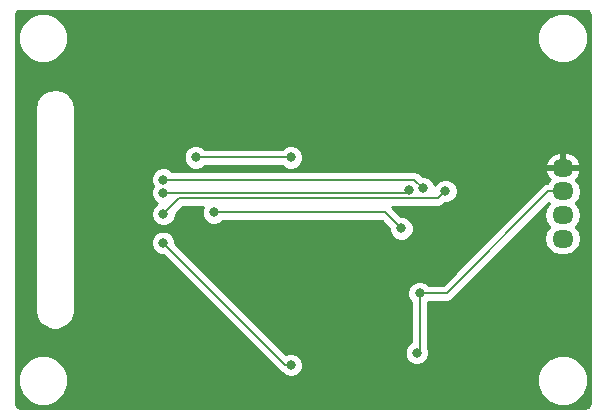
<source format=gtl>
G04 #@! TF.FileFunction,Copper,L1,Top,Signal*
%FSLAX46Y46*%
G04 Gerber Fmt 4.6, Leading zero omitted, Abs format (unit mm)*
G04 Created by KiCad (PCBNEW 4.0.1-stable) date 2018/04/18 7:14:41*
%MOMM*%
G01*
G04 APERTURE LIST*
%ADD10C,0.050000*%
%ADD11O,1.800000X1.524000*%
%ADD12C,0.800000*%
%ADD13C,0.200000*%
%ADD14C,0.254000*%
G04 APERTURE END LIST*
D10*
D11*
X190000000Y-130000000D03*
X190000000Y-128000000D03*
X190000000Y-126000000D03*
X190000000Y-124000000D03*
D12*
X177889500Y-134625700D03*
X177650000Y-139641100D03*
X153000000Y-139000000D03*
X162000000Y-114000000D03*
X153000000Y-114000000D03*
X166000000Y-121000000D03*
X171000000Y-129000000D03*
X174000000Y-133000000D03*
X184000000Y-140000000D03*
X185000000Y-116000000D03*
X156152700Y-130347000D03*
X166999700Y-140700000D03*
X158943500Y-123105300D03*
X166986000Y-123105300D03*
X156194500Y-126089500D03*
X176958500Y-125866800D03*
X156177900Y-125000000D03*
X178147500Y-125698900D03*
X180062100Y-125956800D03*
X156196500Y-127911700D03*
X160458200Y-127777800D03*
X176339100Y-129132500D03*
D13*
X190000000Y-126000000D02*
X188799700Y-126000000D01*
X177889500Y-139401600D02*
X177889500Y-134625700D01*
X177650000Y-139641100D02*
X177889500Y-139401600D01*
X180174000Y-134625700D02*
X177889500Y-134625700D01*
X188799700Y-126000000D02*
X180174000Y-134625700D01*
X153000000Y-114000000D02*
X162000000Y-114000000D01*
X166505700Y-140700000D02*
X166999700Y-140700000D01*
X156152700Y-130347000D02*
X166505700Y-140700000D01*
X158943500Y-123105300D02*
X166986000Y-123105300D01*
X176735800Y-126089500D02*
X156194500Y-126089500D01*
X176958500Y-125866800D02*
X176735800Y-126089500D01*
X156177900Y-125000100D02*
X156177900Y-125000000D01*
X177448700Y-125000100D02*
X156177900Y-125000100D01*
X178147500Y-125698900D02*
X177448700Y-125000100D01*
X179448000Y-126570900D02*
X180062100Y-125956800D01*
X157537300Y-126570900D02*
X179448000Y-126570900D01*
X156196500Y-127911700D02*
X157537300Y-126570900D01*
X174984400Y-127777800D02*
X176339100Y-129132500D01*
X160458200Y-127777800D02*
X174984400Y-127777800D01*
D14*
G36*
X192105655Y-110744926D02*
X192195225Y-110804774D01*
X192255074Y-110894345D01*
X192290000Y-111069930D01*
X192290000Y-143930070D01*
X192255074Y-144105655D01*
X192195225Y-144195226D01*
X192105655Y-144255074D01*
X191930070Y-144290000D01*
X144069930Y-144290000D01*
X143894345Y-144255074D01*
X143804774Y-144195225D01*
X143744926Y-144105655D01*
X143710000Y-143930070D01*
X143710000Y-142422815D01*
X143864630Y-142422815D01*
X144188980Y-143207800D01*
X144789041Y-143808909D01*
X145573459Y-144134628D01*
X146422815Y-144135370D01*
X147207800Y-143811020D01*
X147808909Y-143210959D01*
X148134628Y-142426541D01*
X148134631Y-142422815D01*
X187864630Y-142422815D01*
X188188980Y-143207800D01*
X188789041Y-143808909D01*
X189573459Y-144134628D01*
X190422815Y-144135370D01*
X191207800Y-143811020D01*
X191808909Y-143210959D01*
X192134628Y-142426541D01*
X192135370Y-141577185D01*
X191811020Y-140792200D01*
X191210959Y-140191091D01*
X190426541Y-139865372D01*
X189577185Y-139864630D01*
X188792200Y-140188980D01*
X188191091Y-140789041D01*
X187865372Y-141573459D01*
X187864630Y-142422815D01*
X148134631Y-142422815D01*
X148135370Y-141577185D01*
X147811020Y-140792200D01*
X147210959Y-140191091D01*
X146426541Y-139865372D01*
X145577185Y-139864630D01*
X144792200Y-140188980D01*
X144191091Y-140789041D01*
X143865372Y-141573459D01*
X143864630Y-142422815D01*
X143710000Y-142422815D01*
X143710000Y-119000000D01*
X145290000Y-119000000D01*
X145290000Y-136000000D01*
X145303642Y-136068584D01*
X145303642Y-136138513D01*
X145379762Y-136521196D01*
X145399395Y-136568593D01*
X145485776Y-136777138D01*
X145702549Y-137101561D01*
X145702550Y-137101562D01*
X145898438Y-137297451D01*
X146222862Y-137514223D01*
X146328877Y-137558136D01*
X146478804Y-137620238D01*
X146861486Y-137696358D01*
X147138513Y-137696358D01*
X147521196Y-137620238D01*
X147596160Y-137589187D01*
X147777138Y-137514224D01*
X148101561Y-137297451D01*
X148101562Y-137297450D01*
X148297451Y-137101562D01*
X148514223Y-136777138D01*
X148564419Y-136655954D01*
X148620238Y-136521196D01*
X148696358Y-136138514D01*
X148696358Y-136068584D01*
X148710000Y-136000000D01*
X148710000Y-130551971D01*
X155117521Y-130551971D01*
X155274758Y-130932515D01*
X155565654Y-131223919D01*
X155945923Y-131381820D01*
X156148250Y-131381996D01*
X165985977Y-141219723D01*
X166196508Y-141360395D01*
X166412654Y-141576919D01*
X166792923Y-141734820D01*
X167204671Y-141735179D01*
X167585215Y-141577942D01*
X167876619Y-141287046D01*
X168034520Y-140906777D01*
X168034879Y-140495029D01*
X167877642Y-140114485D01*
X167609696Y-139846071D01*
X176614821Y-139846071D01*
X176772058Y-140226615D01*
X177062954Y-140518019D01*
X177443223Y-140675920D01*
X177854971Y-140676279D01*
X178235515Y-140519042D01*
X178526919Y-140228146D01*
X178684820Y-139847877D01*
X178685179Y-139436129D01*
X178624500Y-139289274D01*
X178624500Y-135360700D01*
X180174000Y-135360700D01*
X180455272Y-135304751D01*
X180693723Y-135145423D01*
X188848427Y-126990720D01*
X188862317Y-127000000D01*
X188844100Y-127012172D01*
X188541268Y-127465391D01*
X188434928Y-128000000D01*
X188541268Y-128534609D01*
X188844100Y-128987828D01*
X188862317Y-129000000D01*
X188844100Y-129012172D01*
X188541268Y-129465391D01*
X188434928Y-130000000D01*
X188541268Y-130534609D01*
X188844100Y-130987828D01*
X189297319Y-131290660D01*
X189831928Y-131397000D01*
X190168072Y-131397000D01*
X190702681Y-131290660D01*
X191155900Y-130987828D01*
X191458732Y-130534609D01*
X191565072Y-130000000D01*
X191458732Y-129465391D01*
X191155900Y-129012172D01*
X191137683Y-129000000D01*
X191155900Y-128987828D01*
X191458732Y-128534609D01*
X191565072Y-128000000D01*
X191458732Y-127465391D01*
X191155900Y-127012172D01*
X191137683Y-127000000D01*
X191155900Y-126987828D01*
X191458732Y-126534609D01*
X191565072Y-126000000D01*
X191458732Y-125465391D01*
X191155900Y-125012172D01*
X191101922Y-124976105D01*
X191262135Y-124830328D01*
X191492220Y-124343070D01*
X191369720Y-124127000D01*
X190127000Y-124127000D01*
X190127000Y-124147000D01*
X189873000Y-124147000D01*
X189873000Y-124127000D01*
X188630280Y-124127000D01*
X188507780Y-124343070D01*
X188737865Y-124830328D01*
X188898078Y-124976105D01*
X188844100Y-125012172D01*
X188656076Y-125293569D01*
X188518428Y-125320949D01*
X188279977Y-125480276D01*
X179869554Y-133890700D01*
X178618218Y-133890700D01*
X178476546Y-133748781D01*
X178096277Y-133590880D01*
X177684529Y-133590521D01*
X177303985Y-133747758D01*
X177012581Y-134038654D01*
X176854680Y-134418923D01*
X176854321Y-134830671D01*
X177011558Y-135211215D01*
X177154500Y-135354407D01*
X177154500Y-138725965D01*
X177064485Y-138763158D01*
X176773081Y-139054054D01*
X176615180Y-139434323D01*
X176614821Y-139846071D01*
X167609696Y-139846071D01*
X167586746Y-139823081D01*
X167206477Y-139665180D01*
X166794729Y-139664821D01*
X166593226Y-139748080D01*
X157187704Y-130342558D01*
X157187879Y-130142029D01*
X157030642Y-129761485D01*
X156739746Y-129470081D01*
X156359477Y-129312180D01*
X155947729Y-129311821D01*
X155567185Y-129469058D01*
X155275781Y-129759954D01*
X155117880Y-130140223D01*
X155117521Y-130551971D01*
X148710000Y-130551971D01*
X148710000Y-125204971D01*
X155142721Y-125204971D01*
X155291545Y-125565155D01*
X155159680Y-125882723D01*
X155159321Y-126294471D01*
X155316558Y-126675015D01*
X155607454Y-126966419D01*
X155690501Y-127000903D01*
X155610985Y-127033758D01*
X155319581Y-127324654D01*
X155161680Y-127704923D01*
X155161321Y-128116671D01*
X155318558Y-128497215D01*
X155609454Y-128788619D01*
X155989723Y-128946520D01*
X156401471Y-128946879D01*
X156782015Y-128789642D01*
X157073419Y-128498746D01*
X157231320Y-128118477D01*
X157231496Y-127916150D01*
X157841747Y-127305900D01*
X159533468Y-127305900D01*
X159423380Y-127571023D01*
X159423021Y-127982771D01*
X159580258Y-128363315D01*
X159871154Y-128654719D01*
X160251423Y-128812620D01*
X160663171Y-128812979D01*
X161043715Y-128655742D01*
X161186907Y-128512800D01*
X174679954Y-128512800D01*
X175304096Y-129136942D01*
X175303921Y-129337471D01*
X175461158Y-129718015D01*
X175752054Y-130009419D01*
X176132323Y-130167320D01*
X176544071Y-130167679D01*
X176924615Y-130010442D01*
X177216019Y-129719546D01*
X177373920Y-129339277D01*
X177374279Y-128927529D01*
X177217042Y-128546985D01*
X176926146Y-128255581D01*
X176545877Y-128097680D01*
X176343550Y-128097504D01*
X175551946Y-127305900D01*
X179448000Y-127305900D01*
X179729272Y-127249951D01*
X179967723Y-127090623D01*
X180066542Y-126991804D01*
X180267071Y-126991979D01*
X180647615Y-126834742D01*
X180939019Y-126543846D01*
X181096920Y-126163577D01*
X181097279Y-125751829D01*
X180940042Y-125371285D01*
X180649146Y-125079881D01*
X180268877Y-124921980D01*
X179857129Y-124921621D01*
X179476585Y-125078858D01*
X179185181Y-125369754D01*
X179158210Y-125434708D01*
X179025442Y-125113385D01*
X178734546Y-124821981D01*
X178354277Y-124664080D01*
X178151950Y-124663904D01*
X177968423Y-124480377D01*
X177729972Y-124321049D01*
X177729469Y-124320949D01*
X177448700Y-124265100D01*
X156906717Y-124265100D01*
X156764946Y-124123081D01*
X156384677Y-123965180D01*
X155972929Y-123964821D01*
X155592385Y-124122058D01*
X155300981Y-124412954D01*
X155143080Y-124793223D01*
X155142721Y-125204971D01*
X148710000Y-125204971D01*
X148710000Y-123310271D01*
X157908321Y-123310271D01*
X158065558Y-123690815D01*
X158356454Y-123982219D01*
X158736723Y-124140120D01*
X159148471Y-124140479D01*
X159529015Y-123983242D01*
X159672207Y-123840300D01*
X166257282Y-123840300D01*
X166398954Y-123982219D01*
X166779223Y-124140120D01*
X167190971Y-124140479D01*
X167571515Y-123983242D01*
X167862919Y-123692346D01*
X167877624Y-123656930D01*
X188507780Y-123656930D01*
X188630280Y-123873000D01*
X189873000Y-123873000D01*
X189873000Y-122761251D01*
X190127000Y-122761251D01*
X190127000Y-123873000D01*
X191369720Y-123873000D01*
X191492220Y-123656930D01*
X191262135Y-123169672D01*
X190858812Y-122802689D01*
X190345752Y-122617986D01*
X190127000Y-122761251D01*
X189873000Y-122761251D01*
X189654248Y-122617986D01*
X189141188Y-122802689D01*
X188737865Y-123169672D01*
X188507780Y-123656930D01*
X167877624Y-123656930D01*
X168020820Y-123312077D01*
X168021179Y-122900329D01*
X167863942Y-122519785D01*
X167573046Y-122228381D01*
X167192777Y-122070480D01*
X166781029Y-122070121D01*
X166400485Y-122227358D01*
X166257293Y-122370300D01*
X159672218Y-122370300D01*
X159530546Y-122228381D01*
X159150277Y-122070480D01*
X158738529Y-122070121D01*
X158357985Y-122227358D01*
X158066581Y-122518254D01*
X157908680Y-122898523D01*
X157908321Y-123310271D01*
X148710000Y-123310271D01*
X148710000Y-119000000D01*
X148696358Y-118931416D01*
X148696358Y-118861486D01*
X148620238Y-118478804D01*
X148514223Y-118222863D01*
X148514223Y-118222862D01*
X148297451Y-117898438D01*
X148101562Y-117702550D01*
X148101561Y-117702549D01*
X147777138Y-117485776D01*
X147593368Y-117409657D01*
X147521196Y-117379762D01*
X147138513Y-117303642D01*
X147000000Y-117303642D01*
X146478804Y-117379762D01*
X146406632Y-117409657D01*
X146222862Y-117485777D01*
X145898438Y-117702549D01*
X145739501Y-117861487D01*
X145702549Y-117898439D01*
X145485776Y-118222862D01*
X145435581Y-118344046D01*
X145379762Y-118478804D01*
X145303642Y-118861487D01*
X145303642Y-118931416D01*
X145290000Y-119000000D01*
X143710000Y-119000000D01*
X143710000Y-113422815D01*
X143864630Y-113422815D01*
X144188980Y-114207800D01*
X144789041Y-114808909D01*
X145573459Y-115134628D01*
X146422815Y-115135370D01*
X147207800Y-114811020D01*
X147808909Y-114210959D01*
X148134628Y-113426541D01*
X148134631Y-113422815D01*
X187864630Y-113422815D01*
X188188980Y-114207800D01*
X188789041Y-114808909D01*
X189573459Y-115134628D01*
X190422815Y-115135370D01*
X191207800Y-114811020D01*
X191808909Y-114210959D01*
X192134628Y-113426541D01*
X192135370Y-112577185D01*
X191811020Y-111792200D01*
X191210959Y-111191091D01*
X190426541Y-110865372D01*
X189577185Y-110864630D01*
X188792200Y-111188980D01*
X188191091Y-111789041D01*
X187865372Y-112573459D01*
X187864630Y-113422815D01*
X148134631Y-113422815D01*
X148135370Y-112577185D01*
X147811020Y-111792200D01*
X147210959Y-111191091D01*
X146426541Y-110865372D01*
X145577185Y-110864630D01*
X144792200Y-111188980D01*
X144191091Y-111789041D01*
X143865372Y-112573459D01*
X143864630Y-113422815D01*
X143710000Y-113422815D01*
X143710000Y-111069930D01*
X143744926Y-110894345D01*
X143804774Y-110804775D01*
X143894345Y-110744926D01*
X144069930Y-110710000D01*
X191930070Y-110710000D01*
X192105655Y-110744926D01*
X192105655Y-110744926D01*
G37*
X192105655Y-110744926D02*
X192195225Y-110804774D01*
X192255074Y-110894345D01*
X192290000Y-111069930D01*
X192290000Y-143930070D01*
X192255074Y-144105655D01*
X192195225Y-144195226D01*
X192105655Y-144255074D01*
X191930070Y-144290000D01*
X144069930Y-144290000D01*
X143894345Y-144255074D01*
X143804774Y-144195225D01*
X143744926Y-144105655D01*
X143710000Y-143930070D01*
X143710000Y-142422815D01*
X143864630Y-142422815D01*
X144188980Y-143207800D01*
X144789041Y-143808909D01*
X145573459Y-144134628D01*
X146422815Y-144135370D01*
X147207800Y-143811020D01*
X147808909Y-143210959D01*
X148134628Y-142426541D01*
X148134631Y-142422815D01*
X187864630Y-142422815D01*
X188188980Y-143207800D01*
X188789041Y-143808909D01*
X189573459Y-144134628D01*
X190422815Y-144135370D01*
X191207800Y-143811020D01*
X191808909Y-143210959D01*
X192134628Y-142426541D01*
X192135370Y-141577185D01*
X191811020Y-140792200D01*
X191210959Y-140191091D01*
X190426541Y-139865372D01*
X189577185Y-139864630D01*
X188792200Y-140188980D01*
X188191091Y-140789041D01*
X187865372Y-141573459D01*
X187864630Y-142422815D01*
X148134631Y-142422815D01*
X148135370Y-141577185D01*
X147811020Y-140792200D01*
X147210959Y-140191091D01*
X146426541Y-139865372D01*
X145577185Y-139864630D01*
X144792200Y-140188980D01*
X144191091Y-140789041D01*
X143865372Y-141573459D01*
X143864630Y-142422815D01*
X143710000Y-142422815D01*
X143710000Y-119000000D01*
X145290000Y-119000000D01*
X145290000Y-136000000D01*
X145303642Y-136068584D01*
X145303642Y-136138513D01*
X145379762Y-136521196D01*
X145399395Y-136568593D01*
X145485776Y-136777138D01*
X145702549Y-137101561D01*
X145702550Y-137101562D01*
X145898438Y-137297451D01*
X146222862Y-137514223D01*
X146328877Y-137558136D01*
X146478804Y-137620238D01*
X146861486Y-137696358D01*
X147138513Y-137696358D01*
X147521196Y-137620238D01*
X147596160Y-137589187D01*
X147777138Y-137514224D01*
X148101561Y-137297451D01*
X148101562Y-137297450D01*
X148297451Y-137101562D01*
X148514223Y-136777138D01*
X148564419Y-136655954D01*
X148620238Y-136521196D01*
X148696358Y-136138514D01*
X148696358Y-136068584D01*
X148710000Y-136000000D01*
X148710000Y-130551971D01*
X155117521Y-130551971D01*
X155274758Y-130932515D01*
X155565654Y-131223919D01*
X155945923Y-131381820D01*
X156148250Y-131381996D01*
X165985977Y-141219723D01*
X166196508Y-141360395D01*
X166412654Y-141576919D01*
X166792923Y-141734820D01*
X167204671Y-141735179D01*
X167585215Y-141577942D01*
X167876619Y-141287046D01*
X168034520Y-140906777D01*
X168034879Y-140495029D01*
X167877642Y-140114485D01*
X167609696Y-139846071D01*
X176614821Y-139846071D01*
X176772058Y-140226615D01*
X177062954Y-140518019D01*
X177443223Y-140675920D01*
X177854971Y-140676279D01*
X178235515Y-140519042D01*
X178526919Y-140228146D01*
X178684820Y-139847877D01*
X178685179Y-139436129D01*
X178624500Y-139289274D01*
X178624500Y-135360700D01*
X180174000Y-135360700D01*
X180455272Y-135304751D01*
X180693723Y-135145423D01*
X188848427Y-126990720D01*
X188862317Y-127000000D01*
X188844100Y-127012172D01*
X188541268Y-127465391D01*
X188434928Y-128000000D01*
X188541268Y-128534609D01*
X188844100Y-128987828D01*
X188862317Y-129000000D01*
X188844100Y-129012172D01*
X188541268Y-129465391D01*
X188434928Y-130000000D01*
X188541268Y-130534609D01*
X188844100Y-130987828D01*
X189297319Y-131290660D01*
X189831928Y-131397000D01*
X190168072Y-131397000D01*
X190702681Y-131290660D01*
X191155900Y-130987828D01*
X191458732Y-130534609D01*
X191565072Y-130000000D01*
X191458732Y-129465391D01*
X191155900Y-129012172D01*
X191137683Y-129000000D01*
X191155900Y-128987828D01*
X191458732Y-128534609D01*
X191565072Y-128000000D01*
X191458732Y-127465391D01*
X191155900Y-127012172D01*
X191137683Y-127000000D01*
X191155900Y-126987828D01*
X191458732Y-126534609D01*
X191565072Y-126000000D01*
X191458732Y-125465391D01*
X191155900Y-125012172D01*
X191101922Y-124976105D01*
X191262135Y-124830328D01*
X191492220Y-124343070D01*
X191369720Y-124127000D01*
X190127000Y-124127000D01*
X190127000Y-124147000D01*
X189873000Y-124147000D01*
X189873000Y-124127000D01*
X188630280Y-124127000D01*
X188507780Y-124343070D01*
X188737865Y-124830328D01*
X188898078Y-124976105D01*
X188844100Y-125012172D01*
X188656076Y-125293569D01*
X188518428Y-125320949D01*
X188279977Y-125480276D01*
X179869554Y-133890700D01*
X178618218Y-133890700D01*
X178476546Y-133748781D01*
X178096277Y-133590880D01*
X177684529Y-133590521D01*
X177303985Y-133747758D01*
X177012581Y-134038654D01*
X176854680Y-134418923D01*
X176854321Y-134830671D01*
X177011558Y-135211215D01*
X177154500Y-135354407D01*
X177154500Y-138725965D01*
X177064485Y-138763158D01*
X176773081Y-139054054D01*
X176615180Y-139434323D01*
X176614821Y-139846071D01*
X167609696Y-139846071D01*
X167586746Y-139823081D01*
X167206477Y-139665180D01*
X166794729Y-139664821D01*
X166593226Y-139748080D01*
X157187704Y-130342558D01*
X157187879Y-130142029D01*
X157030642Y-129761485D01*
X156739746Y-129470081D01*
X156359477Y-129312180D01*
X155947729Y-129311821D01*
X155567185Y-129469058D01*
X155275781Y-129759954D01*
X155117880Y-130140223D01*
X155117521Y-130551971D01*
X148710000Y-130551971D01*
X148710000Y-125204971D01*
X155142721Y-125204971D01*
X155291545Y-125565155D01*
X155159680Y-125882723D01*
X155159321Y-126294471D01*
X155316558Y-126675015D01*
X155607454Y-126966419D01*
X155690501Y-127000903D01*
X155610985Y-127033758D01*
X155319581Y-127324654D01*
X155161680Y-127704923D01*
X155161321Y-128116671D01*
X155318558Y-128497215D01*
X155609454Y-128788619D01*
X155989723Y-128946520D01*
X156401471Y-128946879D01*
X156782015Y-128789642D01*
X157073419Y-128498746D01*
X157231320Y-128118477D01*
X157231496Y-127916150D01*
X157841747Y-127305900D01*
X159533468Y-127305900D01*
X159423380Y-127571023D01*
X159423021Y-127982771D01*
X159580258Y-128363315D01*
X159871154Y-128654719D01*
X160251423Y-128812620D01*
X160663171Y-128812979D01*
X161043715Y-128655742D01*
X161186907Y-128512800D01*
X174679954Y-128512800D01*
X175304096Y-129136942D01*
X175303921Y-129337471D01*
X175461158Y-129718015D01*
X175752054Y-130009419D01*
X176132323Y-130167320D01*
X176544071Y-130167679D01*
X176924615Y-130010442D01*
X177216019Y-129719546D01*
X177373920Y-129339277D01*
X177374279Y-128927529D01*
X177217042Y-128546985D01*
X176926146Y-128255581D01*
X176545877Y-128097680D01*
X176343550Y-128097504D01*
X175551946Y-127305900D01*
X179448000Y-127305900D01*
X179729272Y-127249951D01*
X179967723Y-127090623D01*
X180066542Y-126991804D01*
X180267071Y-126991979D01*
X180647615Y-126834742D01*
X180939019Y-126543846D01*
X181096920Y-126163577D01*
X181097279Y-125751829D01*
X180940042Y-125371285D01*
X180649146Y-125079881D01*
X180268877Y-124921980D01*
X179857129Y-124921621D01*
X179476585Y-125078858D01*
X179185181Y-125369754D01*
X179158210Y-125434708D01*
X179025442Y-125113385D01*
X178734546Y-124821981D01*
X178354277Y-124664080D01*
X178151950Y-124663904D01*
X177968423Y-124480377D01*
X177729972Y-124321049D01*
X177729469Y-124320949D01*
X177448700Y-124265100D01*
X156906717Y-124265100D01*
X156764946Y-124123081D01*
X156384677Y-123965180D01*
X155972929Y-123964821D01*
X155592385Y-124122058D01*
X155300981Y-124412954D01*
X155143080Y-124793223D01*
X155142721Y-125204971D01*
X148710000Y-125204971D01*
X148710000Y-123310271D01*
X157908321Y-123310271D01*
X158065558Y-123690815D01*
X158356454Y-123982219D01*
X158736723Y-124140120D01*
X159148471Y-124140479D01*
X159529015Y-123983242D01*
X159672207Y-123840300D01*
X166257282Y-123840300D01*
X166398954Y-123982219D01*
X166779223Y-124140120D01*
X167190971Y-124140479D01*
X167571515Y-123983242D01*
X167862919Y-123692346D01*
X167877624Y-123656930D01*
X188507780Y-123656930D01*
X188630280Y-123873000D01*
X189873000Y-123873000D01*
X189873000Y-122761251D01*
X190127000Y-122761251D01*
X190127000Y-123873000D01*
X191369720Y-123873000D01*
X191492220Y-123656930D01*
X191262135Y-123169672D01*
X190858812Y-122802689D01*
X190345752Y-122617986D01*
X190127000Y-122761251D01*
X189873000Y-122761251D01*
X189654248Y-122617986D01*
X189141188Y-122802689D01*
X188737865Y-123169672D01*
X188507780Y-123656930D01*
X167877624Y-123656930D01*
X168020820Y-123312077D01*
X168021179Y-122900329D01*
X167863942Y-122519785D01*
X167573046Y-122228381D01*
X167192777Y-122070480D01*
X166781029Y-122070121D01*
X166400485Y-122227358D01*
X166257293Y-122370300D01*
X159672218Y-122370300D01*
X159530546Y-122228381D01*
X159150277Y-122070480D01*
X158738529Y-122070121D01*
X158357985Y-122227358D01*
X158066581Y-122518254D01*
X157908680Y-122898523D01*
X157908321Y-123310271D01*
X148710000Y-123310271D01*
X148710000Y-119000000D01*
X148696358Y-118931416D01*
X148696358Y-118861486D01*
X148620238Y-118478804D01*
X148514223Y-118222863D01*
X148514223Y-118222862D01*
X148297451Y-117898438D01*
X148101562Y-117702550D01*
X148101561Y-117702549D01*
X147777138Y-117485776D01*
X147593368Y-117409657D01*
X147521196Y-117379762D01*
X147138513Y-117303642D01*
X147000000Y-117303642D01*
X146478804Y-117379762D01*
X146406632Y-117409657D01*
X146222862Y-117485777D01*
X145898438Y-117702549D01*
X145739501Y-117861487D01*
X145702549Y-117898439D01*
X145485776Y-118222862D01*
X145435581Y-118344046D01*
X145379762Y-118478804D01*
X145303642Y-118861487D01*
X145303642Y-118931416D01*
X145290000Y-119000000D01*
X143710000Y-119000000D01*
X143710000Y-113422815D01*
X143864630Y-113422815D01*
X144188980Y-114207800D01*
X144789041Y-114808909D01*
X145573459Y-115134628D01*
X146422815Y-115135370D01*
X147207800Y-114811020D01*
X147808909Y-114210959D01*
X148134628Y-113426541D01*
X148134631Y-113422815D01*
X187864630Y-113422815D01*
X188188980Y-114207800D01*
X188789041Y-114808909D01*
X189573459Y-115134628D01*
X190422815Y-115135370D01*
X191207800Y-114811020D01*
X191808909Y-114210959D01*
X192134628Y-113426541D01*
X192135370Y-112577185D01*
X191811020Y-111792200D01*
X191210959Y-111191091D01*
X190426541Y-110865372D01*
X189577185Y-110864630D01*
X188792200Y-111188980D01*
X188191091Y-111789041D01*
X187865372Y-112573459D01*
X187864630Y-113422815D01*
X148134631Y-113422815D01*
X148135370Y-112577185D01*
X147811020Y-111792200D01*
X147210959Y-111191091D01*
X146426541Y-110865372D01*
X145577185Y-110864630D01*
X144792200Y-111188980D01*
X144191091Y-111789041D01*
X143865372Y-112573459D01*
X143864630Y-113422815D01*
X143710000Y-113422815D01*
X143710000Y-111069930D01*
X143744926Y-110894345D01*
X143804774Y-110804775D01*
X143894345Y-110744926D01*
X144069930Y-110710000D01*
X191930070Y-110710000D01*
X192105655Y-110744926D01*
M02*

</source>
